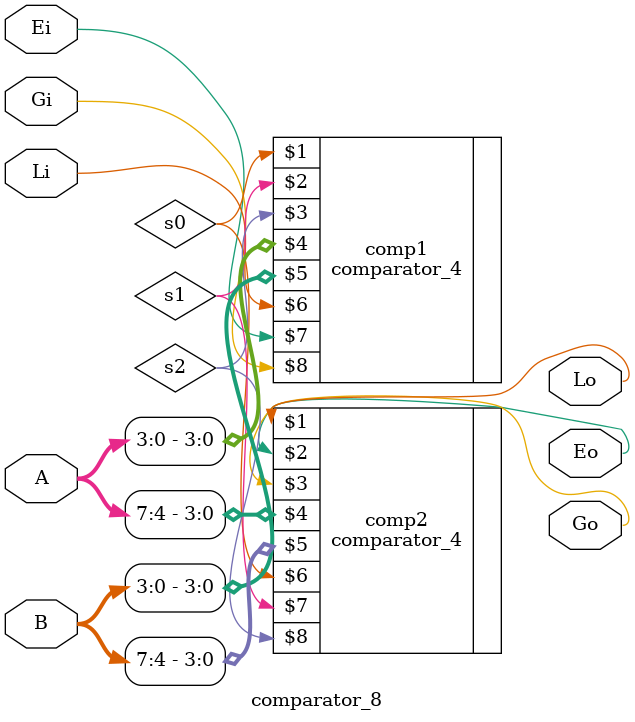
<source format=v>
/*************************************************
*	Sean Webster
*	ADSD - Summer 2016 - Martin Margala
*	Homework 1
*
*	comparator_4.v				
* 
*	4 chained 1 bit comparators
*	
*	based on schematic for MC14585B	
*		http://onsemi.com
**************************************************/

module comparator_8(Lo, Eo, Go, A, B, Li, Ei, Gi);
	input [7:0]A; input [7:0]B; 	//4 bit inputs 
	input Li, Gi, Ei;		//A<B, A=B, A>B inputs
	output Lo, Go, Eo;		//A<B, A=B, A>B outputs from chip
	wire s0, s1, s2;

	comparator_4 comp1(s0, s1, s2, A[3:0], B[3:0], Li, Ei, Gi);
	comparator_4 comp2(Lo, Eo, Go, A[7:4], B[7:4], s0, s1, s2);

endmodule

</source>
